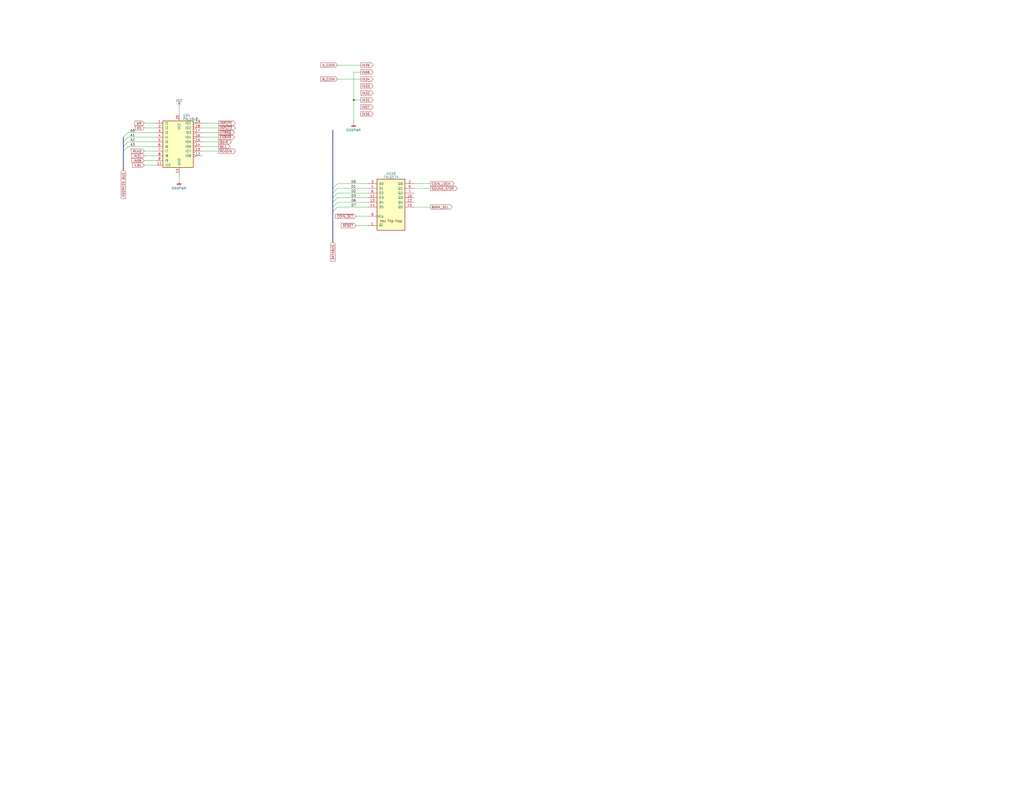
<source format=kicad_sch>
(kicad_sch (version 20230121) (generator eeschema)
  (paper "C")
  (lib_symbols
    (symbol "Logic_Programmable:PAL16L8" (pin_names (offset 1.016))
      (property "Reference" "U" (at -8.89 16.51 0))
      (property "Value" "PAL16L8" (at 1.27 16.51 0))
      (symbol "PAL16L8_0_0"
        (pin power_in line (at 0 -15.24 90) (length 3.81) (name "GND") (number "10"))
        (pin power_in line (at 0 17.78 270) (length 3.81) (name "VCC") (number "20"))
      )
      (symbol "PAL16L8_0_1"
        (rectangle (start -8.89 13.97) (end 7.62 -11.43) (stroke (width 0.254)) (fill (type background)))
      )
      (symbol "PAL16L8_1_1"
        (pin input line (at -12.7 12.7 0) (length 3.81) (name "I1") (number "1"))
        (pin input line (at -12.7 -10.16 0) (length 3.81) (name "I10") (number "11"))
        (pin tri_state inverted (at 12.7 -5.08 180) (length 5.08) (name "IO8") (number "12"))
        (pin tri_state inverted (at 12.7 -2.54 180) (length 5.08) (name "IO7") (number "13"))
        (pin tri_state inverted (at 12.7 0 180) (length 5.08) (name "IO6") (number "14"))
        (pin tri_state inverted (at 12.7 2.54 180) (length 5.08) (name "IO5") (number "15"))
        (pin tri_state inverted (at 12.7 5.08 180) (length 5.08) (name "IO4") (number "16"))
        (pin tri_state inverted (at 12.7 7.62 180) (length 5.08) (name "I03") (number "17"))
        (pin tri_state inverted (at 12.7 10.16 180) (length 5.08) (name "IO2") (number "18"))
        (pin tri_state inverted (at 12.7 12.7 180) (length 5.08) (name "IO1") (number "19"))
        (pin input line (at -12.7 10.16 0) (length 3.81) (name "I2") (number "2"))
        (pin input line (at -12.7 7.62 0) (length 3.81) (name "I3") (number "3"))
        (pin input line (at -12.7 5.08 0) (length 3.81) (name "I4") (number "4"))
        (pin input line (at -12.7 2.54 0) (length 3.81) (name "I5") (number "5"))
        (pin input line (at -12.7 0 0) (length 3.81) (name "I6") (number "6"))
        (pin input line (at -12.7 -2.54 0) (length 3.81) (name "I7") (number "7"))
        (pin input line (at -12.7 -5.08 0) (length 3.81) (name "I8") (number "8"))
        (pin input line (at -12.7 -7.62 0) (length 3.81) (name "I9") (number "9"))
      )
    )
    (symbol "jt74:74LS174" (pin_names (offset 1.016))
      (property "Reference" "U" (at 5.08 -12.7 0))
      (property "Value" "74LS174" (at 0 -5.08 0))
      (symbol "74LS174_0_0"
        (text "hex flip flop" (at 0 -10.16 0) (effects (font (size 1.27 1.27))))
      )
      (symbol "74LS174_1_0"
        (pin input line (at -12.7 -12.7 0) (length 5.08) (name "~{Mr}") (number "1"))
        (pin output line (at 12.7 2.54 180) (length 5.08) (name "Q3") (number "10"))
        (pin input line (at -12.7 2.54 0) (length 5.08) (name "D3") (number "11"))
        (pin output line (at 12.7 0 180) (length 5.08) (name "Q4") (number "12"))
        (pin input line (at -12.7 0 0) (length 5.08) (name "D4") (number "13"))
        (pin input line (at -12.7 -2.54 0) (length 5.08) (name "D5") (number "14"))
        (pin output line (at 12.7 -2.54 180) (length 5.08) (name "Q5") (number "15"))
        (pin output line (at 12.7 10.16 180) (length 5.08) (name "Q0") (number "2"))
        (pin input line (at -12.7 10.16 0) (length 5.08) (name "D0") (number "3"))
        (pin input line (at -12.7 7.62 0) (length 5.08) (name "D1") (number "4"))
        (pin output line (at 12.7 7.62 180) (length 5.08) (name "Q1") (number "5"))
        (pin input line (at -12.7 5.08 0) (length 5.08) (name "D2") (number "6"))
        (pin output line (at 12.7 5.08 180) (length 5.08) (name "Q2") (number "7"))
        (pin input clock (at -12.7 -7.62 0) (length 5.08) (name "Cp") (number "9"))
      )
      (symbol "74LS174_1_1"
        (rectangle (start -7.62 12.7) (end 7.62 -15.24) (stroke (width 0.254)) (fill (type background)))
      )
    )
    (symbol "power:GNDPWR" (power) (pin_names (offset 0))
      (property "Value" "GNDPWR" (at 0 -3.302 0))
      (symbol "GNDPWR_0_1"
        (polyline (pts (xy 0 -1.27) (xy 0 0)))
        (polyline (pts (xy -1.016 -1.27) (xy -1.27 -2.032) (xy -1.27 -2.032)) (stroke (width 0.2032)))
        (polyline (pts (xy -0.508 -1.27) (xy -0.762 -2.032) (xy -0.762 -2.032)) (stroke (width 0.2032)))
        (polyline (pts (xy 0 -1.27) (xy -0.254 -2.032) (xy -0.254 -2.032)) (stroke (width 0.2032)))
        (polyline (pts (xy 0.508 -1.27) (xy 0.254 -2.032) (xy 0.254 -2.032)) (stroke (width 0.2032)))
        (polyline (pts (xy 1.016 -1.27) (xy -1.016 -1.27) (xy -1.016 -1.27)) (stroke (width 0.2032)))
        (polyline (pts (xy 1.016 -1.27) (xy 0.762 -2.032) (xy 0.762 -2.032) (xy 0.762 -2.032)) (stroke (width 0.2032)))
      )
      (symbol "GNDPWR_1_1"
        (pin power_in line (at 0 0 270) (length 0) hide (name "GNDPWR") (number "1"))
      )
    )
    (symbol "power:VCC" (power) (pin_names (offset 0))
      (property "Value" "VCC" (at 0 3.81 0))
      (symbol "VCC_0_1"
        (polyline (pts (xy -0.762 1.27) (xy 0 2.54)))
        (polyline (pts (xy 0 0) (xy 0 2.54)))
        (polyline (pts (xy 0 2.54) (xy 0.762 1.27)))
      )
      (symbol "VCC_1_1"
        (pin power_in line (at 0 0 90) (length 0) hide (name "VCC") (number "1"))
      )
    )
  )
  (junction (at 193.04 54.61))
  (bus_entry (at 184.15 107.95) (size -2.54 2.54))
  (bus_entry (at 69.85 72.39) (size -2.54 2.54))
  (bus_entry (at 184.15 105.41) (size -2.54 2.54))
  (bus_entry (at 184.15 102.87) (size -2.54 2.54))
  (bus_entry (at 184.15 113.03) (size -2.54 2.54))
  (bus_entry (at 69.85 80.01) (size -2.54 2.54))
  (bus_entry (at 184.15 110.49) (size -2.54 2.54))
  (bus_entry (at 69.85 77.47) (size -2.54 2.54))
  (bus_entry (at 184.15 100.33) (size -2.54 2.54))
  (bus_entry (at 69.85 74.93) (size -2.54 2.54))
  (wire (pts (xy 200.66 113.03) (xy 184.15 113.03)))
  (wire (pts (xy 193.04 54.61) (xy 193.04 67.31)))
  (bus (pts (xy 181.61 110.49) (xy 181.61 113.03)))
  (bus (pts (xy 181.61 107.95) (xy 181.61 110.49)))
  (wire (pts (xy 110.49 77.47) (xy 119.38 77.47)))
  (wire (pts (xy 97.79 95.25) (xy 97.79 99.06)))
  (wire (pts (xy 110.49 72.39) (xy 119.38 72.39)))
  (wire (pts (xy 110.49 67.31) (xy 119.38 67.31)))
  (bus (pts (xy 67.31 82.55) (xy 67.31 92.71)))
  (wire (pts (xy 194.31 118.11) (xy 200.66 118.11)))
  (wire (pts (xy 226.06 102.87) (xy 234.95 102.87)))
  (wire (pts (xy 200.66 100.33) (xy 184.15 100.33)))
  (bus (pts (xy 181.61 71.12) (xy 181.61 102.87)))
  (wire (pts (xy 193.04 54.61) (xy 196.85 54.61)))
  (wire (pts (xy 200.66 102.87) (xy 184.15 102.87)))
  (wire (pts (xy 78.74 69.85) (xy 85.09 69.85)))
  (bus (pts (xy 181.61 105.41) (xy 181.61 107.95)))
  (wire (pts (xy 110.49 69.85) (xy 119.38 69.85)))
  (bus (pts (xy 67.31 80.01) (xy 67.31 82.55)))
  (wire (pts (xy 78.74 87.63) (xy 85.09 87.63)))
  (wire (pts (xy 193.04 39.37) (xy 196.85 39.37)))
  (bus (pts (xy 181.61 115.57) (xy 181.61 132.08)))
  (wire (pts (xy 69.85 80.01) (xy 85.09 80.01)))
  (wire (pts (xy 110.49 82.55) (xy 119.38 82.55)))
  (wire (pts (xy 193.04 39.37) (xy 193.04 54.61)))
  (wire (pts (xy 78.74 82.55) (xy 85.09 82.55)))
  (wire (pts (xy 69.85 72.39) (xy 85.09 72.39)))
  (bus (pts (xy 67.31 77.47) (xy 67.31 80.01)))
  (bus (pts (xy 181.61 113.03) (xy 181.61 115.57)))
  (wire (pts (xy 184.15 43.18) (xy 196.85 43.18)))
  (wire (pts (xy 194.31 123.19) (xy 200.66 123.19)))
  (wire (pts (xy 226.06 100.33) (xy 234.95 100.33)))
  (wire (pts (xy 184.15 35.56) (xy 196.85 35.56)))
  (wire (pts (xy 226.06 113.03) (xy 234.95 113.03)))
  (bus (pts (xy 181.61 102.87) (xy 181.61 105.41)))
  (wire (pts (xy 110.49 80.01) (xy 119.38 80.01)))
  (bus (pts (xy 67.31 74.93) (xy 67.31 77.47)))
  (wire (pts (xy 97.79 58.42) (xy 97.79 62.23)))
  (wire (pts (xy 200.66 107.95) (xy 184.15 107.95)))
  (wire (pts (xy 200.66 105.41) (xy 184.15 105.41)))
  (wire (pts (xy 78.74 90.17) (xy 85.09 90.17)))
  (wire (pts (xy 69.85 77.47) (xy 85.09 77.47)))
  (wire (pts (xy 78.74 67.31) (xy 85.09 67.31)))
  (wire (pts (xy 78.74 85.09) (xy 85.09 85.09)))
  (wire (pts (xy 69.85 74.93) (xy 85.09 74.93)))
  (wire (pts (xy 200.66 110.49) (xy 184.15 110.49)))
  (wire (pts (xy 110.49 74.93) (xy 119.38 74.93)))
  (label "D2" (at 194.31 105.41 180))
  (label "A2" (at 71.12 77.47 0))
  (label "D0" (at 194.31 100.33 180))
  (label "D7" (at 194.31 113.03 180))
  (label "D1" (at 194.31 102.87 180))
  (label "A3" (at 71.12 80.01 0))
  (label "D6" (at 194.31 110.49 180))
  (label "D3" (at 194.31 107.95 180))
  (label "A1" (at 71.12 74.93 0))
  (label "A0" (at 71.12 72.39 0))
  (global_label "BDIR" (shape output) (at 119.38 77.47 0) (property "Intersheetrefs" "${INTERSHEET_REFS}" (effects hide)))
  (global_label "IN06" (shape input) (at 78.74 87.63 180) (property "Intersheetrefs" "${INTERSHEET_REFS}" (effects hide)))
  (global_label "B_COIN" (shape input) (at 184.15 43.18 180) (property "Intersheetrefs" "${INTERSHEET_REFS}" (effects hide)))
  (global_label "READIN" (shape output) (at 119.38 82.55 0) (property "Intersheetrefs" "${INTERSHEET_REFS}" (effects hide)))
  (global_label "~{HTRRQ}" (shape output) (at 119.38 72.39 0) (property "Intersheetrefs" "${INTERSHEET_REFS}" (effects hide)))
  (global_label "READ" (shape input) (at 78.74 82.55 180) (property "Intersheetrefs" "${INTERSHEET_REFS}" (effects hide)))
  (global_label "IN31" (shape output) (at 196.85 54.61 0) (property "Intersheetrefs" "${INTERSHEET_REFS}" (effects hide)))
  (global_label "BC1" (shape output) (at 119.38 80.01 0) (property "Intersheetrefs" "${INTERSHEET_REFS}" (effects hide)))
  (global_label "A_COIN" (shape input) (at 184.15 35.56 180) (property "Intersheetrefs" "${INTERSHEET_REFS}" (effects hide)))
  (global_label "~{INPUT1}" (shape output) (at 119.38 67.31 0) (property "Intersheetrefs" "${INTERSHEET_REFS}" (effects hide)))
  (global_label "IN32" (shape output) (at 196.85 50.8 0) (property "Intersheetrefs" "${INTERSHEET_REFS}" (effects hide)))
  (global_label "DATABUS" (shape input) (at 181.61 132.08 270) (property "Intersheetrefs" "${INTERSHEET_REFS}" (effects hide)))
  (global_label "~{EXRHR}" (shape output) (at 119.38 74.93 0) (property "Intersheetrefs" "${INTERSHEET_REFS}" (effects hide)))
  (global_label "COIN_LOCK" (shape output) (at 234.95 100.33 0) (property "Intersheetrefs" "${INTERSHEET_REFS}" (effects hide)))
  (global_label "WR" (shape input) (at 78.74 67.31 180) (property "Intersheetrefs" "${INTERSHEET_REFS}" (effects hide)))
  (global_label "~{RESET}" (shape input) (at 194.31 123.19 180) (property "Intersheetrefs" "${INTERSHEET_REFS}" (effects hide)))
  (global_label "RD" (shape input) (at 78.74 69.85 180) (property "Intersheetrefs" "${INTERSHEET_REFS}" (effects hide)))
  (global_label "IN33" (shape output) (at 196.85 46.99 0) (property "Intersheetrefs" "${INTERSHEET_REFS}" (effects hide)))
  (global_label "IN30" (shape output) (at 196.85 62.23 0) (property "Intersheetrefs" "${INTERSHEET_REFS}" (effects hide)))
  (global_label "IN35" (shape output) (at 196.85 35.56 0) (property "Intersheetrefs" "${INTERSHEET_REFS}" (effects hide)))
  (global_label "~{INPUT2}" (shape output) (at 119.38 69.85 0) (property "Intersheetrefs" "${INTERSHEET_REFS}" (effects hide)))
  (global_label "IN34" (shape output) (at 196.85 43.18 0) (property "Intersheetrefs" "${INTERSHEET_REFS}" (effects hide)))
  (global_label "ADDRESS BUS" (shape input) (at 67.31 92.71 270) (property "Intersheetrefs" "${INTERSHEET_REFS}" (effects hide)))
  (global_label "~{COIN_SET}" (shape input) (at 194.31 118.11 180) (property "Intersheetrefs" "${INTERSHEET_REFS}" (effects hide)))
  (global_label "V.BL" (shape input) (at 78.74 90.17 180) (property "Intersheetrefs" "${INTERSHEET_REFS}" (effects hide)))
  (global_label "BANK_SEL" (shape output) (at 234.95 113.03 0) (property "Intersheetrefs" "${INTERSHEET_REFS}" (effects hide)))
  (global_label "SOUND_STOP" (shape output) (at 234.95 102.87 0) (property "Intersheetrefs" "${INTERSHEET_REFS}" (effects hide)))
  (global_label "IN07" (shape output) (at 196.85 58.42 0) (property "Intersheetrefs" "${INTERSHEET_REFS}" (effects hide)))
  (global_label "IN06" (shape output) (at 196.85 39.37 0) (property "Intersheetrefs" "${INTERSHEET_REFS}" (effects hide)))
  (global_label "IN31" (shape input) (at 78.74 85.09 180) (property "Intersheetrefs" "${INTERSHEET_REFS}" (effects hide)))
  (symbol (lib_id "power:GNDPWR") (at 193.04 67.31 0) (unit 1)
    (property "Reference" "#PWR04" (effects hide))
    (property "Value" "GNDPWR" (at 192.913 71.0391 0))
  )
  (symbol (lib_id "power:GNDPWR") (at 97.79 99.06 0) (unit 1)
    (property "Reference" "#PWR05" (effects hide))
    (property "Value" "GNDPWR" (at 97.663 102.7891 0))
  )
  (symbol (lib_id "power:VCC") (at 97.79 58.42 0) (unit 1)
    (property "Reference" "#PWR06" (effects hide))
    (property "Value" "VCC" (at 97.79 54.9181 0))
  )
  (symbol (lib_id "Logic_Programmable:PAL16L8") (at 97.79 80.01 0) (unit 1)
    (property "Reference" "U24" (at 99.7459 63.0301 0) (effects (justify left)))
    (property "Value" "PAL16L8" (at 99.7459 64.9511 0) (effects (justify left)))
  )
  (symbol (lib_id "jt74:74LS174") (at 213.36 110.49 0) (unit 1)
    (property "Reference" "U110" (at 213.36 94.7801 0))
    (property "Value" "74LS174" (at 213.36 96.7011 0))
    (property "Datasheet" "http://www.ti.com/lit/gpn/sn74LS174" (effects hide))
  )
)
</source>
